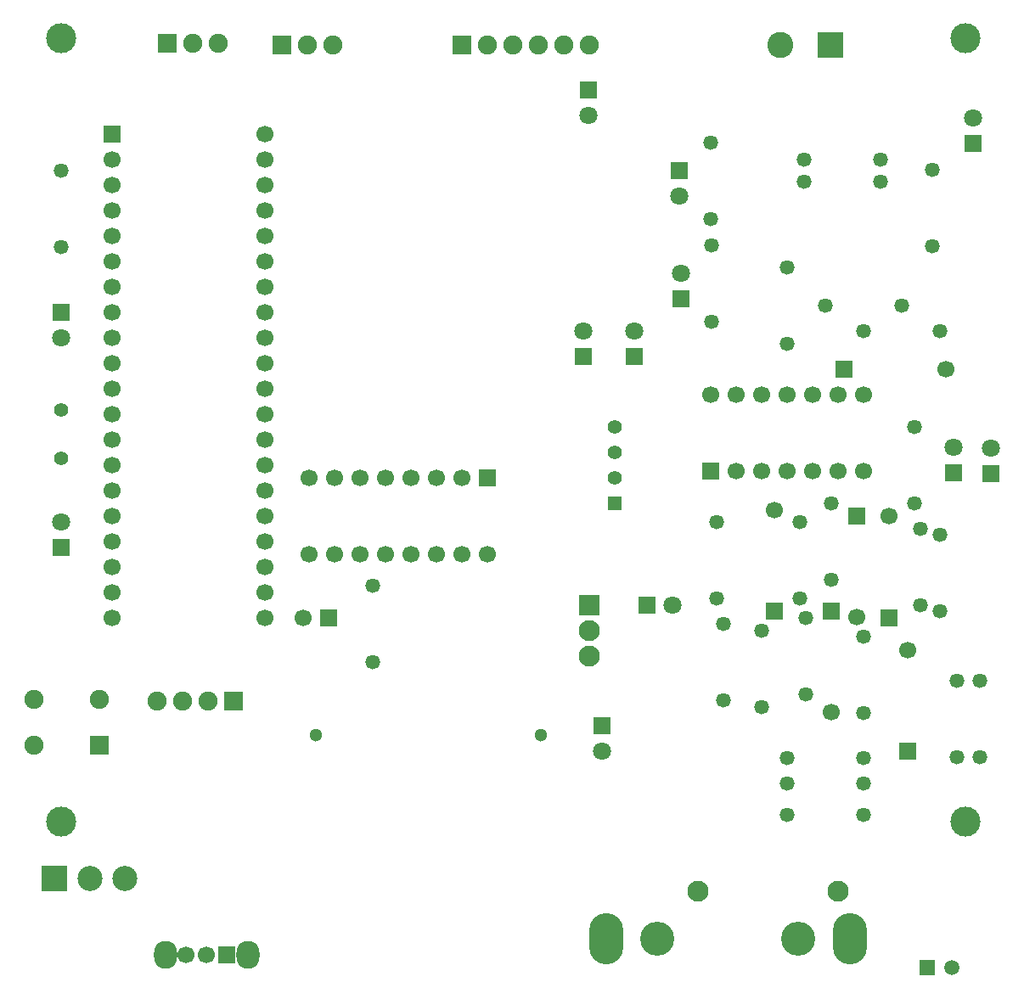
<source format=gbr>
%TF.GenerationSoftware,Novarm,DipTrace,3.2.0.1*%
%TF.CreationDate,2018-03-01T22:24:17+00:00*%
%FSLAX26Y26*%
%MOIN*%
%TF.FileFunction,Soldermask,Top*%
%TF.Part,Single*%
%ADD15C,0.074803*%
%ADD21R,0.059055X0.059055*%
%ADD22C,0.059055*%
%ADD32R,0.066929X0.066929*%
%ADD33C,0.066929*%
%ADD36R,0.074803X0.074803*%
%ADD43C,0.051181*%
%ADD44C,0.11811*%
%ADD58C,0.102362*%
%ADD60R,0.102362X0.102362*%
%ADD62C,0.055118*%
%ADD64R,0.055118X0.055118*%
%ADD66R,0.082677X0.082677*%
%ADD67C,0.057874*%
%ADD69C,0.057874*%
%ADD71R,0.070866X0.070866*%
%ADD72C,0.070866*%
%ADD73C,0.055874*%
%ADD81O,0.090551X0.110236*%
%ADD83C,0.098425*%
%ADD84C,0.082677*%
%ADD85R,0.098425X0.098425*%
%ADD86C,0.133858*%
%ADD88O,0.133858X0.200787*%
G75*
G01*
%LPD*%
D84*
X3093701Y793701D3*
X3644882D3*
D88*
X3690157Y606693D3*
D86*
X3487402D3*
X2936220D3*
D88*
X2733465D3*
D85*
X568701Y843701D3*
D83*
X706496D3*
X844291D3*
D32*
X1243701Y543701D3*
D33*
X1164961D3*
X1086220D3*
D81*
X1326378D3*
X1003543D3*
D43*
X2477756Y1407087D3*
X1595866D3*
D21*
X3993701Y493701D3*
D22*
X4092126D3*
D73*
X593701Y2493701D3*
Y2683701D3*
D32*
X793701Y3768701D3*
D33*
Y3668701D3*
Y3568701D3*
Y3468701D3*
Y3368701D3*
Y3268701D3*
Y3168701D3*
Y3068701D3*
Y2968701D3*
Y2868701D3*
Y2768701D3*
Y2668701D3*
Y2568701D3*
Y2468701D3*
Y2368701D3*
Y2268701D3*
Y2168701D3*
Y2068701D3*
Y1968701D3*
Y1868701D3*
X1393701D3*
Y1968701D3*
Y2068701D3*
Y2168701D3*
Y2268701D3*
Y2368701D3*
Y2468701D3*
Y2568701D3*
Y2668701D3*
Y2768701D3*
Y2868701D3*
Y2968701D3*
Y3068701D3*
Y3168701D3*
Y3268701D3*
Y3368701D3*
Y3468701D3*
Y3568701D3*
Y3668701D3*
Y3768701D3*
D72*
X593701Y2968701D3*
D71*
Y3068701D3*
D72*
Y2243701D3*
D71*
Y2143701D3*
D36*
X743701Y1368701D3*
D15*
Y1545866D3*
X487795D3*
Y1368701D3*
D72*
X2843701Y2993701D3*
D71*
Y2893701D3*
D32*
X3143701Y2443701D3*
D33*
X3243701D3*
X3343701D3*
X3443701D3*
X3543701D3*
X3643701D3*
X3743701D3*
Y2743701D3*
X3643701D3*
X3543701D3*
X3443701D3*
X3343701D3*
X3243701D3*
X3143701D3*
D69*
X3193701Y1843701D3*
D67*
Y1543701D3*
D69*
X3343701Y1818701D3*
D67*
Y1518701D3*
D32*
X3618701Y1893701D3*
D33*
Y1496063D3*
D32*
X3393701Y1893701D3*
D33*
Y2291339D3*
D69*
X3518701Y1868701D3*
D67*
Y1568701D3*
D69*
X3493701Y1943701D3*
D67*
Y2243701D3*
D69*
X3618701Y2318701D3*
D67*
Y2018701D3*
D69*
X3168701Y1943701D3*
D67*
Y2243701D3*
D32*
X2268701Y2418701D3*
D33*
X2168701D3*
X2068701D3*
X1968701D3*
X1868701D3*
X1768701D3*
X1668701D3*
X1568701D3*
Y2118701D3*
X1668701D3*
X1768701D3*
X1868701D3*
X1968701D3*
X2068701D3*
X2168701D3*
X2268701D3*
X1543701Y1868701D3*
D32*
X1643701D3*
D69*
X1818701Y1993701D3*
D67*
Y1693701D3*
D66*
X2668701Y1918701D3*
D84*
Y1818701D3*
Y1718701D3*
D72*
X2993701Y1918701D3*
D71*
X2893701D3*
D72*
X2718701Y1343701D3*
D71*
Y1443701D3*
D64*
X2768701Y2318701D3*
D62*
Y2418701D3*
Y2518701D3*
Y2618701D3*
D69*
X3943701D3*
D67*
Y2318701D3*
D69*
X3743701Y2993701D3*
D67*
X4043701D3*
D69*
X3743701Y1218701D3*
D67*
X3443701D3*
D69*
X3743701Y1093701D3*
D67*
X3443701D3*
D32*
X3718701Y2268701D3*
D33*
Y1871063D3*
D32*
X3843701Y1868701D3*
D33*
Y2266339D3*
D69*
X3743701Y1793701D3*
D67*
Y1493701D3*
D69*
Y1318701D3*
D67*
X3443701D3*
D32*
X3668701Y2843701D3*
D33*
X4066339D3*
D32*
X3918701Y1343701D3*
D33*
Y1741339D3*
D69*
X3968701Y1918701D3*
D67*
Y2218701D3*
D69*
X3443701Y2943701D3*
D67*
Y3243701D3*
D69*
X4043701Y2193701D3*
D67*
Y1893701D3*
D69*
X3893701Y3093701D3*
D67*
X3593701D3*
D69*
X4111915Y1619281D3*
D67*
Y1319281D3*
D69*
X4200777Y1619281D3*
D67*
Y1319281D3*
D72*
X4243991Y2534373D3*
D71*
Y2434373D3*
D72*
X4099146Y2538837D3*
D71*
Y2438837D3*
D69*
X3511735Y3580420D3*
D67*
X3811735D3*
D71*
X2643701Y2893701D3*
D72*
Y2993701D3*
D69*
X3512316Y3665688D3*
D67*
X3812316D3*
D69*
X4015218Y3628969D3*
D67*
Y3328969D3*
D69*
X3148234Y3331098D3*
D67*
Y3031098D3*
D72*
X3028941Y3221799D3*
D71*
Y3121799D3*
D69*
X3145139Y3434692D3*
D67*
Y3734692D3*
D72*
X3019932Y3525392D3*
D71*
Y3625392D3*
X4175726Y3732017D3*
D72*
Y3832017D3*
D36*
X1011585Y4123839D3*
D15*
X1111585D3*
X1211585D3*
D36*
X1460900Y4117967D3*
D15*
X1560900D3*
X1660900D3*
D60*
X3616005Y4117210D3*
D58*
X3419155D3*
D36*
X2169064Y4117709D3*
D15*
X2269064D3*
X2369064D3*
X2469064D3*
X2569064D3*
X2669064D3*
D72*
X2664058Y3840900D3*
D71*
Y3940900D3*
D69*
X594727Y3324777D3*
D67*
Y3624777D3*
D36*
X1272222Y1540495D3*
D15*
X1172222D3*
X1072222D3*
X972222D3*
D44*
X593701Y1068701D3*
X4143701D3*
X593701Y4143701D3*
X4143701D3*
M02*

</source>
